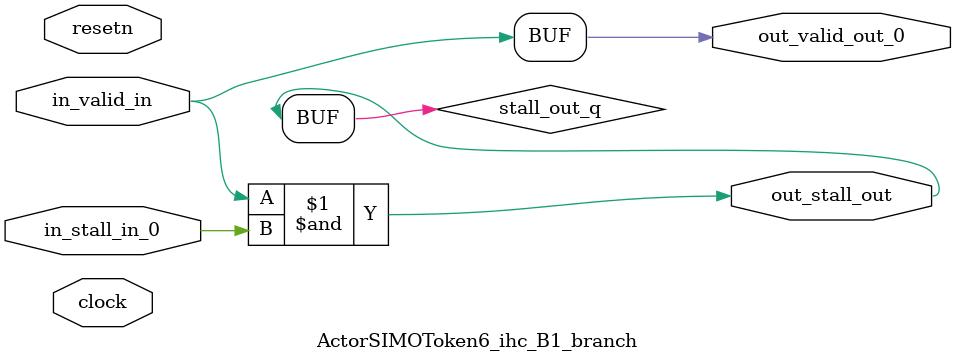
<source format=sv>



(* altera_attribute = "-name AUTO_SHIFT_REGISTER_RECOGNITION OFF; -name MESSAGE_DISABLE 10036; -name MESSAGE_DISABLE 10037; -name MESSAGE_DISABLE 14130; -name MESSAGE_DISABLE 14320; -name MESSAGE_DISABLE 15400; -name MESSAGE_DISABLE 14130; -name MESSAGE_DISABLE 10036; -name MESSAGE_DISABLE 12020; -name MESSAGE_DISABLE 12030; -name MESSAGE_DISABLE 12010; -name MESSAGE_DISABLE 12110; -name MESSAGE_DISABLE 14320; -name MESSAGE_DISABLE 13410; -name MESSAGE_DISABLE 113007; -name MESSAGE_DISABLE 10958" *)
module ActorSIMOToken6_ihc_B1_branch (
    input wire [0:0] in_stall_in_0,
    input wire [0:0] in_valid_in,
    output wire [0:0] out_stall_out,
    output wire [0:0] out_valid_out_0,
    input wire clock,
    input wire resetn
    );

    wire [0:0] stall_out_q;


    // stall_out(LOGICAL,6)
    assign stall_out_q = in_valid_in & in_stall_in_0;

    // out_stall_out(GPOUT,4)
    assign out_stall_out = stall_out_q;

    // out_valid_out_0(GPOUT,5)
    assign out_valid_out_0 = in_valid_in;

endmodule

</source>
